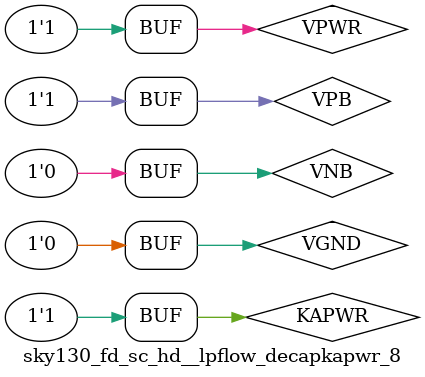
<source format=v>
/*
 * Copyright 2020 The SkyWater PDK Authors
 *
 * Licensed under the Apache License, Version 2.0 (the "License");
 * you may not use this file except in compliance with the License.
 * You may obtain a copy of the License at
 *
 *     https://www.apache.org/licenses/LICENSE-2.0
 *
 * Unless required by applicable law or agreed to in writing, software
 * distributed under the License is distributed on an "AS IS" BASIS,
 * WITHOUT WARRANTIES OR CONDITIONS OF ANY KIND, either express or implied.
 * See the License for the specific language governing permissions and
 * limitations under the License.
 *
 * SPDX-License-Identifier: Apache-2.0
*/


`ifndef SKY130_FD_SC_HD__LPFLOW_DECAPKAPWR_8_TIMING_V
`define SKY130_FD_SC_HD__LPFLOW_DECAPKAPWR_8_TIMING_V

/**
 * lpflow_decapkapwr: Decoupling capacitance filler on keep-alive
 *                    rail.
 *
 * Verilog simulation timing model.
 */

`timescale 1ns / 1ps
`default_nettype none

`celldefine
module sky130_fd_sc_hd__lpflow_decapkapwr_8 ();

    // Module supplies
    supply1 VPWR ;
    supply1 KAPWR;
    supply0 VGND ;
    supply1 VPB  ;
    supply0 VNB  ;
     // No contents.
endmodule
`endcelldefine

`default_nettype wire
`endif  // SKY130_FD_SC_HD__LPFLOW_DECAPKAPWR_8_TIMING_V

</source>
